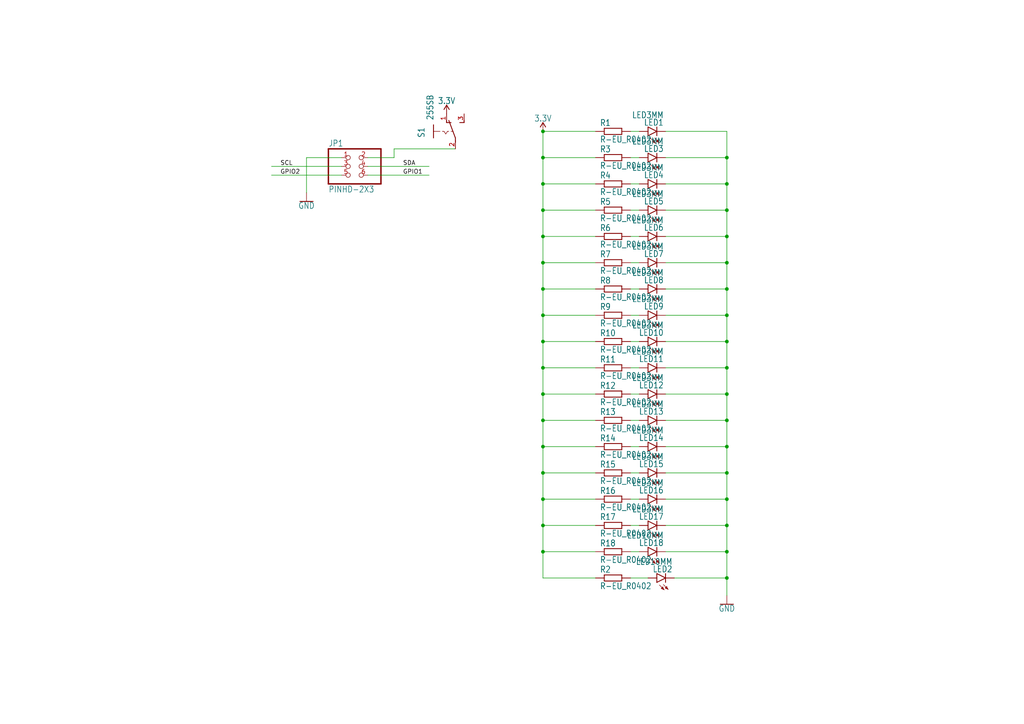
<source format=kicad_sch>
(kicad_sch (version 20211123) (generator eeschema)
  (paper "A4")
  (lib_symbols
    (symbol "eagleSchem-eagle-import:255SB"
      (property "Reference" "S" (at -6.35 -1.905 90))
      (property "Value" "255SB" (at -3.81 3.175 90))
      (symbol "255SB_1_0"
        (polyline (pts (xy -3.81 0) (xy -3.81 -1.905)) (stroke (width 0.254)))
        (polyline (pts (xy -3.81 0) (xy -1.905 0)) (stroke (width 0.1524)))
        (polyline (pts (xy -3.81 1.905) (xy -3.81 0)) (stroke (width 0.254)))
        (polyline (pts (xy -1.27 0) (xy -0.762 0)) (stroke (width 0.1524)))
        (polyline (pts (xy -0.762 0) (xy -0.254 -0.762)) (stroke (width 0.1524)))
        (polyline (pts (xy -0.254 -0.762) (xy 0.254 0)) (stroke (width 0.1524)))
        (polyline (pts (xy 0 2.54) (xy 0 3.175)) (stroke (width 0.254)))
        (polyline (pts (xy 0 2.54) (xy 1.27 2.54)) (stroke (width 0.254)))
        (polyline (pts (xy 0.254 0) (xy 0.635 0)) (stroke (width 0.1524)))
        (polyline (pts (xy 1.27 0) (xy 1.905 0)) (stroke (width 0.1524)))
        (polyline (pts (xy 2.54 -3.175) (xy 2.54 -1.905)) (stroke (width 0.254)))
        (polyline (pts (xy 2.54 -1.905) (xy 0.635 3.175)) (stroke (width 0.254)))
        (polyline (pts (xy 3.81 2.54) (xy 5.08 2.54)) (stroke (width 0.254)))
        (polyline (pts (xy 5.08 2.54) (xy 5.08 3.175)) (stroke (width 0.254)))
        (pin passive line (at 0 5.08 270) (length 2.54) (name "O") (number "1"))
        (pin passive line (at 2.54 -5.08 90) (length 2.54) (name "P") (number "2"))
        (pin passive line (at 5.08 5.08 270) (length 2.54) (name "S") (number "3"))
      )
    )
    (symbol "eagleSchem-eagle-import:3.3V" (power)
      (property "Value" "3.3V" (at 0 2.794 0))
      (symbol "3.3V_1_0"
        (polyline (pts (xy 0 2.54) (xy -0.762 1.27)) (stroke (width 0.254)))
        (polyline (pts (xy 0.762 1.27) (xy 0 2.54)) (stroke (width 0.254)))
        (pin power_in line (at 0 0 90) (length 2.54) (name "3.3V") (number "1"))
      )
    )
    (symbol "eagleSchem-eagle-import:GND" (power)
      (property "Value" "GND" (at 0 -0.254 0))
      (symbol "GND_1_0"
        (polyline (pts (xy -1.905 0) (xy 1.905 0)) (stroke (width 0.254)))
        (pin power_in line (at 0 2.54 270) (length 2.54) (name "GND") (number "1"))
      )
    )
    (symbol "eagleSchem-eagle-import:LED10MM"
      (property "Reference" "LED" (at 3.556 -4.572 90))
      (property "Value" "LED10MM" (at 5.715 -4.572 90))
      (symbol "LED10MM_1_0"
        (polyline (pts (xy -2.032 -0.762) (xy -3.429 -2.159)) (stroke (width 0.1524)))
        (polyline (pts (xy -1.905 -1.905) (xy -3.302 -3.302)) (stroke (width 0.1524)))
        (polyline (pts (xy 0 -2.54) (xy -1.27 -2.54)) (stroke (width 0.254)))
        (polyline (pts (xy 0 -2.54) (xy -1.27 0)) (stroke (width 0.254)))
        (polyline (pts (xy 0 0) (xy -1.27 0)) (stroke (width 0.254)))
        (polyline (pts (xy 1.27 -2.54) (xy 0 -2.54)) (stroke (width 0.254)))
        (polyline (pts (xy 1.27 0) (xy 0 -2.54)) (stroke (width 0.254)))
        (polyline (pts (xy 1.27 0) (xy 0 0)) (stroke (width 0.254)))
        (polyline (pts (xy -3.429 -2.159) (xy -3.048 -1.27) (xy -2.54 -1.778)) (fill (type outline)))
        (polyline (pts (xy -3.302 -3.302) (xy -2.921 -2.413) (xy -2.413 -2.921)) (fill (type outline)))
        (pin passive line (at 0 2.54 270) (length 2.54) (name "A") (number "A"))
        (pin passive line (at 0 -5.08 90) (length 2.54) (name "C") (number "K"))
      )
    )
    (symbol "eagleSchem-eagle-import:LED3MM"
      (property "Reference" "LED" (at 3.556 -4.572 90))
      (property "Value" "LED3MM" (at 5.715 -4.572 90))
      (symbol "LED3MM_1_0"
        (polyline (pts (xy -2.032 -0.762) (xy -3.429 -2.159)) (stroke (width 0.1524)))
        (polyline (pts (xy -1.905 -1.905) (xy -3.302 -3.302)) (stroke (width 0.1524)))
        (polyline (pts (xy 0 -2.54) (xy -1.27 -2.54)) (stroke (width 0.254)))
        (polyline (pts (xy 0 -2.54) (xy -1.27 0)) (stroke (width 0.254)))
        (polyline (pts (xy 0 0) (xy -1.27 0)) (stroke (width 0.254)))
        (polyline (pts (xy 1.27 -2.54) (xy 0 -2.54)) (stroke (width 0.254)))
        (polyline (pts (xy 1.27 0) (xy 0 -2.54)) (stroke (width 0.254)))
        (polyline (pts (xy 1.27 0) (xy 0 0)) (stroke (width 0.254)))
        (polyline (pts (xy -3.429 -2.159) (xy -3.048 -1.27) (xy -2.54 -1.778)) (fill (type outline)))
        (polyline (pts (xy -3.302 -3.302) (xy -2.921 -2.413) (xy -2.413 -2.921)) (fill (type outline)))
        (pin passive line (at 0 2.54 270) (length 2.54) (name "A") (number "A"))
        (pin passive line (at 0 -5.08 90) (length 2.54) (name "C") (number "K"))
      )
    )
    (symbol "eagleSchem-eagle-import:PINHD-2X3"
      (property "Reference" "JP" (at -6.35 5.715 0))
      (property "Value" "PINHD-2X3" (at -6.35 -7.62 0))
      (symbol "PINHD-2X3_1_0"
        (polyline (pts (xy -6.35 -5.08) (xy 8.89 -5.08)) (stroke (width 0.4064)))
        (polyline (pts (xy -6.35 5.08) (xy -6.35 -5.08)) (stroke (width 0.4064)))
        (polyline (pts (xy 8.89 -5.08) (xy 8.89 5.08)) (stroke (width 0.4064)))
        (polyline (pts (xy 8.89 5.08) (xy -6.35 5.08)) (stroke (width 0.4064)))
        (pin passive inverted (at -2.54 2.54 0) (length 2.54) (name "1") (number "1"))
        (pin passive inverted (at 5.08 2.54 180) (length 2.54) (name "2") (number "2"))
        (pin passive inverted (at -2.54 0 0) (length 2.54) (name "3") (number "3"))
        (pin passive inverted (at 5.08 0 180) (length 2.54) (name "4") (number "4"))
        (pin passive inverted (at -2.54 -2.54 0) (length 2.54) (name "5") (number "5"))
        (pin passive inverted (at 5.08 -2.54 180) (length 2.54) (name "6") (number "6"))
      )
    )
    (symbol "eagleSchem-eagle-import:R-EU_R0402"
      (property "Reference" "R" (at -3.81 1.4986 0))
      (property "Value" "R-EU_R0402" (at -3.81 -3.302 0))
      (symbol "R-EU_R0402_1_0"
        (polyline (pts (xy -2.54 -0.889) (xy -2.54 0.889)) (stroke (width 0.254)))
        (polyline (pts (xy -2.54 -0.889) (xy 2.54 -0.889)) (stroke (width 0.254)))
        (polyline (pts (xy 2.54 -0.889) (xy 2.54 0.889)) (stroke (width 0.254)))
        (polyline (pts (xy 2.54 0.889) (xy -2.54 0.889)) (stroke (width 0.254)))
        (pin passive line (at -5.08 0 0) (length 2.54) (name "1") (number "1"))
        (pin passive line (at 5.08 0 180) (length 2.54) (name "2") (number "2"))
      )
    )
  )
  (junction (at 210.82 152.4))
  (junction (at 157.48 76.2))
  (junction (at 157.48 114.3))
  (junction (at 210.82 137.16))
  (junction (at 157.48 99.06))
  (junction (at 157.48 91.44))
  (junction (at 157.48 83.82))
  (junction (at 210.82 99.06))
  (junction (at 157.48 45.72))
  (junction (at 157.48 144.78))
  (junction (at 157.48 152.4))
  (junction (at 210.82 167.64))
  (junction (at 210.82 53.34))
  (junction (at 157.48 53.34))
  (junction (at 210.82 121.92))
  (junction (at 210.82 83.82))
  (junction (at 210.82 160.02))
  (junction (at 157.48 129.54))
  (junction (at 157.48 137.16))
  (junction (at 210.82 76.2))
  (junction (at 210.82 114.3))
  (junction (at 210.82 106.68))
  (junction (at 210.82 60.96))
  (junction (at 157.48 38.1))
  (junction (at 157.48 160.02))
  (junction (at 157.48 121.92))
  (junction (at 210.82 68.58))
  (junction (at 157.48 60.96))
  (junction (at 157.48 106.68))
  (junction (at 210.82 91.44))
  (junction (at 157.48 68.58))
  (junction (at 210.82 45.72))
  (junction (at 210.82 129.54))
  (junction (at 210.82 144.78))
  (wire (pts (xy 99.06 45.72) (xy 88.9 45.72)))
  (wire (pts (xy 182.88 76.2) (xy 185.42 76.2)))
  (wire (pts (xy 157.48 152.4) (xy 157.48 144.78)))
  (wire (pts (xy 157.48 167.64) (xy 157.48 160.02)))
  (wire (pts (xy 193.04 53.34) (xy 210.82 53.34)))
  (wire (pts (xy 210.82 152.4) (xy 210.82 160.02)))
  (wire (pts (xy 182.88 60.96) (xy 185.42 60.96)))
  (wire (pts (xy 182.88 160.02) (xy 185.42 160.02)))
  (wire (pts (xy 157.48 121.92) (xy 157.48 114.3)))
  (wire (pts (xy 88.9 45.72) (xy 88.9 55.88)))
  (wire (pts (xy 157.48 106.68) (xy 157.48 99.06)))
  (wire (pts (xy 172.72 99.06) (xy 157.48 99.06)))
  (wire (pts (xy 157.48 76.2) (xy 157.48 68.58)))
  (wire (pts (xy 182.88 45.72) (xy 185.42 45.72)))
  (wire (pts (xy 210.82 83.82) (xy 210.82 91.44)))
  (wire (pts (xy 172.72 83.82) (xy 157.48 83.82)))
  (wire (pts (xy 210.82 38.1) (xy 210.82 45.72)))
  (wire (pts (xy 210.82 106.68) (xy 210.82 114.3)))
  (wire (pts (xy 172.72 60.96) (xy 157.48 60.96)))
  (wire (pts (xy 182.88 121.92) (xy 185.42 121.92)))
  (wire (pts (xy 157.48 60.96) (xy 157.48 53.34)))
  (wire (pts (xy 172.72 91.44) (xy 157.48 91.44)))
  (wire (pts (xy 157.48 45.72) (xy 157.48 38.1)))
  (wire (pts (xy 210.82 45.72) (xy 210.82 53.34)))
  (wire (pts (xy 172.72 114.3) (xy 157.48 114.3)))
  (wire (pts (xy 210.82 91.44) (xy 210.82 99.06)))
  (wire (pts (xy 157.48 68.58) (xy 157.48 60.96)))
  (wire (pts (xy 172.72 160.02) (xy 157.48 160.02)))
  (wire (pts (xy 210.82 121.92) (xy 210.82 129.54)))
  (wire (pts (xy 172.72 137.16) (xy 157.48 137.16)))
  (wire (pts (xy 157.48 114.3) (xy 157.48 106.68)))
  (wire (pts (xy 195.58 167.64) (xy 210.82 167.64)))
  (wire (pts (xy 172.72 68.58) (xy 157.48 68.58)))
  (wire (pts (xy 182.88 167.64) (xy 187.96 167.64)))
  (wire (pts (xy 210.82 167.64) (xy 210.82 172.72)))
  (wire (pts (xy 157.48 129.54) (xy 157.48 121.92)))
  (wire (pts (xy 193.04 99.06) (xy 210.82 99.06)))
  (wire (pts (xy 182.88 137.16) (xy 185.42 137.16)))
  (wire (pts (xy 193.04 83.82) (xy 210.82 83.82)))
  (wire (pts (xy 106.68 48.26) (xy 124.46 48.26)))
  (wire (pts (xy 157.48 99.06) (xy 157.48 91.44)))
  (wire (pts (xy 172.72 53.34) (xy 157.48 53.34)))
  (wire (pts (xy 182.88 152.4) (xy 185.42 152.4)))
  (wire (pts (xy 193.04 114.3) (xy 210.82 114.3)))
  (wire (pts (xy 193.04 38.1) (xy 210.82 38.1)))
  (wire (pts (xy 210.82 76.2) (xy 210.82 83.82)))
  (wire (pts (xy 114.3 45.72) (xy 106.68 45.72)))
  (wire (pts (xy 210.82 60.96) (xy 210.82 68.58)))
  (wire (pts (xy 157.48 144.78) (xy 157.48 137.16)))
  (wire (pts (xy 172.72 144.78) (xy 157.48 144.78)))
  (wire (pts (xy 172.72 45.72) (xy 157.48 45.72)))
  (wire (pts (xy 172.72 38.1) (xy 157.48 38.1)))
  (wire (pts (xy 182.88 144.78) (xy 185.42 144.78)))
  (wire (pts (xy 193.04 68.58) (xy 210.82 68.58)))
  (wire (pts (xy 193.04 129.54) (xy 210.82 129.54)))
  (wire (pts (xy 193.04 121.92) (xy 210.82 121.92)))
  (wire (pts (xy 132.08 43.18) (xy 114.3 43.18)))
  (wire (pts (xy 193.04 160.02) (xy 210.82 160.02)))
  (wire (pts (xy 157.48 160.02) (xy 157.48 152.4)))
  (wire (pts (xy 172.72 121.92) (xy 157.48 121.92)))
  (wire (pts (xy 114.3 43.18) (xy 114.3 45.72)))
  (wire (pts (xy 172.72 167.64) (xy 157.48 167.64)))
  (wire (pts (xy 99.06 48.26) (xy 78.74 48.26)))
  (wire (pts (xy 172.72 129.54) (xy 157.48 129.54)))
  (wire (pts (xy 193.04 60.96) (xy 210.82 60.96)))
  (wire (pts (xy 193.04 45.72) (xy 210.82 45.72)))
  (wire (pts (xy 182.88 68.58) (xy 185.42 68.58)))
  (wire (pts (xy 157.48 91.44) (xy 157.48 83.82)))
  (wire (pts (xy 182.88 114.3) (xy 185.42 114.3)))
  (wire (pts (xy 210.82 99.06) (xy 210.82 106.68)))
  (wire (pts (xy 157.48 83.82) (xy 157.48 76.2)))
  (wire (pts (xy 210.82 53.34) (xy 210.82 60.96)))
  (wire (pts (xy 182.88 83.82) (xy 185.42 83.82)))
  (wire (pts (xy 210.82 129.54) (xy 210.82 137.16)))
  (wire (pts (xy 182.88 106.68) (xy 185.42 106.68)))
  (wire (pts (xy 172.72 152.4) (xy 157.48 152.4)))
  (wire (pts (xy 157.48 137.16) (xy 157.48 129.54)))
  (wire (pts (xy 172.72 106.68) (xy 157.48 106.68)))
  (wire (pts (xy 182.88 53.34) (xy 185.42 53.34)))
  (wire (pts (xy 193.04 106.68) (xy 210.82 106.68)))
  (wire (pts (xy 182.88 129.54) (xy 185.42 129.54)))
  (wire (pts (xy 182.88 38.1) (xy 185.42 38.1)))
  (wire (pts (xy 210.82 160.02) (xy 210.82 167.64)))
  (wire (pts (xy 99.06 50.8) (xy 78.74 50.8)))
  (wire (pts (xy 210.82 144.78) (xy 210.82 152.4)))
  (wire (pts (xy 157.48 53.34) (xy 157.48 45.72)))
  (wire (pts (xy 172.72 76.2) (xy 157.48 76.2)))
  (wire (pts (xy 182.88 91.44) (xy 185.42 91.44)))
  (wire (pts (xy 193.04 144.78) (xy 210.82 144.78)))
  (wire (pts (xy 210.82 137.16) (xy 210.82 144.78)))
  (wire (pts (xy 182.88 99.06) (xy 185.42 99.06)))
  (wire (pts (xy 193.04 91.44) (xy 210.82 91.44)))
  (wire (pts (xy 193.04 76.2) (xy 210.82 76.2)))
  (wire (pts (xy 193.04 137.16) (xy 210.82 137.16)))
  (wire (pts (xy 210.82 68.58) (xy 210.82 76.2)))
  (wire (pts (xy 210.82 114.3) (xy 210.82 121.92)))
  (wire (pts (xy 193.04 152.4) (xy 210.82 152.4)))
  (wire (pts (xy 106.68 50.8) (xy 124.46 50.8)))
  (label "SCL" (at 81.28 48.26 0) (effects (font (size 1.2446 1.2446))))
  (label "GPIO1" (at 116.84 50.8 0) (effects (font (size 1.2446 1.2446))))
  (label "SDA" (at 116.84 48.26 0) (effects (font (size 1.2446 1.2446))))
  (label "GPIO2" (at 81.28 50.8 0) (effects (font (size 1.2446 1.2446))))
  (symbol (lib_id "eagleSchem-eagle-import:R-EU_R0402") (at 177.8 45.72 0) (unit 1)
    (property "Reference" "R3" (at 173.99 44.2214 0) (effects (font (size 1.778 1.5113)) (justify left bottom)))
    (property "Value" "R-EU_R0402" (at 173.99 49.022 0) (effects (font (size 1.778 1.5113)) (justify left bottom)))
    (property "Footprint" "eagleSchem:R0402" (effects hide))
  )
  (symbol (lib_id "eagleSchem-eagle-import:LED3MM") (at 187.96 121.92 90) (unit 1)
    (property "Reference" "LED13" (at 192.532 118.364 90) (effects (font (size 1.778 1.5113)) (justify left bottom)))
    (property "Value" "LED3MM" (at 192.532 116.205 90) (effects (font (size 1.778 1.5113)) (justify left bottom)))
    (property "Footprint" "eagleSchem:LED3MM" (effects hide))
  )
  (symbol (lib_id "eagleSchem-eagle-import:R-EU_R0402") (at 177.8 144.78 0) (unit 1)
    (property "Reference" "R16" (at 173.99 143.2814 0) (effects (font (size 1.778 1.5113)) (justify left bottom)))
    (property "Value" "R-EU_R0402" (at 173.99 148.082 0) (effects (font (size 1.778 1.5113)) (justify left bottom)))
    (property "Footprint" "eagleSchem:R0402" (effects hide))
  )
  (symbol (lib_id "eagleSchem-eagle-import:255SB") (at 129.54 38.1 0) (unit 1)
    (property "Reference" "S1" (at 123.19 40.005 90) (effects (font (size 1.778 1.5113)) (justify left bottom)))
    (property "Value" "255SB" (at 125.73 34.925 90) (effects (font (size 1.778 1.5113)) (justify left bottom)))
    (property "Footprint" "eagleSchem:255SB" (effects hide))
  )
  (symbol (lib_id "eagleSchem-eagle-import:3.3V") (at 129.54 33.02 0) (unit 1)
    (property "Reference" "#SUPPLY2" (effects hide))
    (property "Value" "3.3V" (at 129.54 30.226 0) (effects (font (size 1.778 1.5113)) (justify bottom)))
    (property "Footprint" "eagleSchem:" (effects hide))
  )
  (symbol (lib_id "eagleSchem-eagle-import:R-EU_R0402") (at 177.8 91.44 0) (unit 1)
    (property "Reference" "R9" (at 173.99 89.9414 0) (effects (font (size 1.778 1.5113)) (justify left bottom)))
    (property "Value" "R-EU_R0402" (at 173.99 94.742 0) (effects (font (size 1.778 1.5113)) (justify left bottom)))
    (property "Footprint" "eagleSchem:R0402" (effects hide))
  )
  (symbol (lib_id "eagleSchem-eagle-import:LED3MM") (at 187.96 68.58 90) (unit 1)
    (property "Reference" "LED6" (at 192.532 65.024 90) (effects (font (size 1.778 1.5113)) (justify left bottom)))
    (property "Value" "LED3MM" (at 192.532 62.865 90) (effects (font (size 1.778 1.5113)) (justify left bottom)))
    (property "Footprint" "eagleSchem:LED3MM" (effects hide))
  )
  (symbol (lib_id "eagleSchem-eagle-import:R-EU_R0402") (at 177.8 129.54 0) (unit 1)
    (property "Reference" "R14" (at 173.99 128.0414 0) (effects (font (size 1.778 1.5113)) (justify left bottom)))
    (property "Value" "R-EU_R0402" (at 173.99 132.842 0) (effects (font (size 1.778 1.5113)) (justify left bottom)))
    (property "Footprint" "eagleSchem:R0402" (effects hide))
  )
  (symbol (lib_id "eagleSchem-eagle-import:LED3MM") (at 187.96 129.54 90) (unit 1)
    (property "Reference" "LED14" (at 192.532 125.984 90) (effects (font (size 1.778 1.5113)) (justify left bottom)))
    (property "Value" "LED3MM" (at 192.532 123.825 90) (effects (font (size 1.778 1.5113)) (justify left bottom)))
    (property "Footprint" "eagleSchem:LED3MM" (effects hide))
  )
  (symbol (lib_id "eagleSchem-eagle-import:R-EU_R0402") (at 177.8 76.2 0) (unit 1)
    (property "Reference" "R7" (at 173.99 74.7014 0) (effects (font (size 1.778 1.5113)) (justify left bottom)))
    (property "Value" "R-EU_R0402" (at 173.99 79.502 0) (effects (font (size 1.778 1.5113)) (justify left bottom)))
    (property "Footprint" "eagleSchem:R0402" (effects hide))
  )
  (symbol (lib_id "eagleSchem-eagle-import:LED3MM") (at 187.96 137.16 90) (unit 1)
    (property "Reference" "LED15" (at 192.532 133.604 90) (effects (font (size 1.778 1.5113)) (justify left bottom)))
    (property "Value" "LED3MM" (at 192.532 131.445 90) (effects (font (size 1.778 1.5113)) (justify left bottom)))
    (property "Footprint" "eagleSchem:LED3MM" (effects hide))
  )
  (symbol (lib_id "eagleSchem-eagle-import:R-EU_R0402") (at 177.8 160.02 0) (unit 1)
    (property "Reference" "R18" (at 173.99 158.5214 0) (effects (font (size 1.778 1.5113)) (justify left bottom)))
    (property "Value" "R-EU_R0402" (at 173.99 163.322 0) (effects (font (size 1.778 1.5113)) (justify left bottom)))
    (property "Footprint" "eagleSchem:R0402" (effects hide))
  )
  (symbol (lib_id "eagleSchem-eagle-import:R-EU_R0402") (at 177.8 106.68 0) (unit 1)
    (property "Reference" "R11" (at 173.99 105.1814 0) (effects (font (size 1.778 1.5113)) (justify left bottom)))
    (property "Value" "R-EU_R0402" (at 173.99 109.982 0) (effects (font (size 1.778 1.5113)) (justify left bottom)))
    (property "Footprint" "eagleSchem:R0402" (effects hide))
  )
  (symbol (lib_id "eagleSchem-eagle-import:LED3MM") (at 187.96 114.3 90) (unit 1)
    (property "Reference" "LED12" (at 192.532 110.744 90) (effects (font (size 1.778 1.5113)) (justify left bottom)))
    (property "Value" "LED3MM" (at 192.532 108.585 90) (effects (font (size 1.778 1.5113)) (justify left bottom)))
    (property "Footprint" "eagleSchem:LED3MM" (effects hide))
  )
  (symbol (lib_id "eagleSchem-eagle-import:LED3MM") (at 187.96 91.44 90) (unit 1)
    (property "Reference" "LED9" (at 192.532 87.884 90) (effects (font (size 1.778 1.5113)) (justify left bottom)))
    (property "Value" "LED3MM" (at 192.532 85.725 90) (effects (font (size 1.778 1.5113)) (justify left bottom)))
    (property "Footprint" "eagleSchem:LED3MM" (effects hide))
  )
  (symbol (lib_id "eagleSchem-eagle-import:LED3MM") (at 187.96 76.2 90) (unit 1)
    (property "Reference" "LED7" (at 192.532 72.644 90) (effects (font (size 1.778 1.5113)) (justify left bottom)))
    (property "Value" "LED3MM" (at 192.532 70.485 90) (effects (font (size 1.778 1.5113)) (justify left bottom)))
    (property "Footprint" "eagleSchem:LED3MM" (effects hide))
  )
  (symbol (lib_id "eagleSchem-eagle-import:GND") (at 210.82 175.26 0) (unit 1)
    (property "Reference" "#GND1" (effects hide))
    (property "Value" "GND" (at 210.82 175.514 0) (effects (font (size 1.778 1.5113)) (justify top)))
    (property "Footprint" "eagleSchem:" (effects hide))
  )
  (symbol (lib_id "eagleSchem-eagle-import:LED3MM") (at 187.96 53.34 90) (unit 1)
    (property "Reference" "LED4" (at 192.532 49.784 90) (effects (font (size 1.778 1.5113)) (justify left bottom)))
    (property "Value" "LED3MM" (at 192.532 47.625 90) (effects (font (size 1.778 1.5113)) (justify left bottom)))
    (property "Footprint" "eagleSchem:LED3MM" (effects hide))
  )
  (symbol (lib_id "eagleSchem-eagle-import:R-EU_R0402") (at 177.8 60.96 0) (unit 1)
    (property "Reference" "R5" (at 173.99 59.4614 0) (effects (font (size 1.778 1.5113)) (justify left bottom)))
    (property "Value" "R-EU_R0402" (at 173.99 64.262 0) (effects (font (size 1.778 1.5113)) (justify left bottom)))
    (property "Footprint" "eagleSchem:R0402" (effects hide))
  )
  (symbol (lib_id "eagleSchem-eagle-import:3.3V") (at 157.48 38.1 0) (unit 1)
    (property "Reference" "#SUPPLY1" (effects hide))
    (property "Value" "3.3V" (at 157.48 35.306 0) (effects (font (size 1.778 1.5113)) (justify bottom)))
    (property "Footprint" "eagleSchem:" (effects hide))
  )
  (symbol (lib_id "eagleSchem-eagle-import:PINHD-2X3") (at 101.6 48.26 0) (unit 1)
    (property "Reference" "JP1" (at 95.25 42.545 0) (effects (font (size 1.778 1.5113)) (justify left bottom)))
    (property "Value" "PINHD-2X3" (at 95.25 55.88 0) (effects (font (size 1.778 1.5113)) (justify left bottom)))
    (property "Footprint" "eagleSchem:2X03" (effects hide))
  )
  (symbol (lib_id "eagleSchem-eagle-import:LED3MM") (at 187.96 99.06 90) (unit 1)
    (property "Reference" "LED10" (at 192.532 95.504 90) (effects (font (size 1.778 1.5113)) (justify left bottom)))
    (property "Value" "LED3MM" (at 192.532 93.345 90) (effects (font (size 1.778 1.5113)) (justify left bottom)))
    (property "Footprint" "eagleSchem:LED3MM" (effects hide))
  )
  (symbol (lib_id "eagleSchem-eagle-import:LED10MM") (at 190.5 167.64 90) (unit 1)
    (property "Reference" "LED2" (at 195.072 164.084 90) (effects (font (size 1.778 1.5113)) (justify left bottom)))
    (property "Value" "LED10MM" (at 195.072 161.925 90) (effects (font (size 1.778 1.5113)) (justify left bottom)))
    (property "Footprint" "eagleSchem:LED10MM" (effects hide))
  )
  (symbol (lib_id "eagleSchem-eagle-import:R-EU_R0402") (at 177.8 99.06 0) (unit 1)
    (property "Reference" "R10" (at 173.99 97.5614 0) (effects (font (size 1.778 1.5113)) (justify left bottom)))
    (property "Value" "R-EU_R0402" (at 173.99 102.362 0) (effects (font (size 1.778 1.5113)) (justify left bottom)))
    (property "Footprint" "eagleSchem:R0402" (effects hide))
  )
  (symbol (lib_id "eagleSchem-eagle-import:R-EU_R0402") (at 177.8 152.4 0) (unit 1)
    (property "Reference" "R17" (at 173.99 150.9014 0) (effects (font (size 1.778 1.5113)) (justify left bottom)))
    (property "Value" "R-EU_R0402" (at 173.99 155.702 0) (effects (font (size 1.778 1.5113)) (justify left bottom)))
    (property "Footprint" "eagleSchem:R0402" (effects hide))
  )
  (symbol (lib_id "eagleSchem-eagle-import:LED3MM") (at 187.96 83.82 90) (unit 1)
    (property "Reference" "LED8" (at 192.532 80.264 90) (effects (font (size 1.778 1.5113)) (justify left bottom)))
    (property "Value" "LED3MM" (at 192.532 78.105 90) (effects (font (size 1.778 1.5113)) (justify left bottom)))
    (property "Footprint" "eagleSchem:LED3MM" (effects hide))
  )
  (symbol (lib_id "eagleSchem-eagle-import:R-EU_R0402") (at 177.8 121.92 0) (unit 1)
    (property "Reference" "R13" (at 173.99 120.4214 0) (effects (font (size 1.778 1.5113)) (justify left bottom)))
    (property "Value" "R-EU_R0402" (at 173.99 125.222 0) (effects (font (size 1.778 1.5113)) (justify left bottom)))
    (property "Footprint" "eagleSchem:R0402" (effects hide))
  )
  (symbol (lib_id "eagleSchem-eagle-import:LED3MM") (at 187.96 152.4 90) (unit 1)
    (property "Reference" "LED17" (at 192.532 148.844 90) (effects (font (size 1.778 1.5113)) (justify left bottom)))
    (property "Value" "LED3MM" (at 192.532 146.685 90) (effects (font (size 1.778 1.5113)) (justify left bottom)))
    (property "Footprint" "eagleSchem:LED3MM" (effects hide))
  )
  (symbol (lib_id "eagleSchem-eagle-import:R-EU_R0402") (at 177.8 83.82 0) (unit 1)
    (property "Reference" "R8" (at 173.99 82.3214 0) (effects (font (size 1.778 1.5113)) (justify left bottom)))
    (property "Value" "R-EU_R0402" (at 173.99 87.122 0) (effects (font (size 1.778 1.5113)) (justify left bottom)))
    (property "Footprint" "eagleSchem:R0402" (effects hide))
  )
  (symbol (lib_id "eagleSchem-eagle-import:R-EU_R0402") (at 177.8 137.16 0) (unit 1)
    (property "Reference" "R15" (at 173.99 135.6614 0) (effects (font (size 1.778 1.5113)) (justify left bottom)))
    (property "Value" "R-EU_R0402" (at 173.99 140.462 0) (effects (font (size 1.778 1.5113)) (justify left bottom)))
    (property "Footprint" "eagleSchem:R0402" (effects hide))
  )
  (symbol (lib_id "eagleSchem-eagle-import:LED3MM") (at 187.96 38.1 90) (unit 1)
    (property "Reference" "LED1" (at 192.532 34.544 90) (effects (font (size 1.778 1.5113)) (justify left bottom)))
    (property "Value" "LED3MM" (at 192.532 32.385 90) (effects (font (size 1.778 1.5113)) (justify left bottom)))
    (property "Footprint" "eagleSchem:LED3MM" (effects hide))
  )
  (symbol (lib_id "eagleSchem-eagle-import:R-EU_R0402") (at 177.8 68.58 0) (unit 1)
    (property "Reference" "R6" (at 173.99 67.0814 0) (effects (font (size 1.778 1.5113)) (justify left bottom)))
    (property "Value" "R-EU_R0402" (at 173.99 71.882 0) (effects (font (size 1.778 1.5113)) (justify left bottom)))
    (property "Footprint" "eagleSchem:R0402" (effects hide))
  )
  (symbol (lib_id "eagleSchem-eagle-import:LED3MM") (at 187.96 45.72 90) (unit 1)
    (property "Reference" "LED3" (at 192.532 42.164 90) (effects (font (size 1.778 1.5113)) (justify left bottom)))
    (property "Value" "LED3MM" (at 192.532 40.005 90) (effects (font (size 1.778 1.5113)) (justify left bottom)))
    (property "Footprint" "eagleSchem:LED3MM" (effects hide))
  )
  (symbol (lib_id "eagleSchem-eagle-import:R-EU_R0402") (at 177.8 53.34 0) (unit 1)
    (property "Reference" "R4" (at 173.99 51.8414 0) (effects (font (size 1.778 1.5113)) (justify left bottom)))
    (property "Value" "R-EU_R0402" (at 173.99 56.642 0) (effects (font (size 1.778 1.5113)) (justify left bottom)))
    (property "Footprint" "eagleSchem:R0402" (effects hide))
  )
  (symbol (lib_id "eagleSchem-eagle-import:GND") (at 88.9 58.42 0) (unit 1)
    (property "Reference" "#GND2" (effects hide))
    (property "Value" "GND" (at 88.9 58.674 0) (effects (font (size 1.778 1.5113)) (justify top)))
    (property "Footprint" "eagleSchem:" (effects hide))
  )
  (symbol (lib_id "eagleSchem-eagle-import:LED3MM") (at 187.96 144.78 90) (unit 1)
    (property "Reference" "LED16" (at 192.532 141.224 90) (effects (font (size 1.778 1.5113)) (justify left bottom)))
    (property "Value" "LED3MM" (at 192.532 139.065 90) (effects (font (size 1.778 1.5113)) (justify left bottom)))
    (property "Footprint" "eagleSchem:LED3MM" (effects hide))
  )
  (symbol (lib_id "eagleSchem-eagle-import:LED10MM") (at 187.96 160.02 90) (unit 1)
    (property "Reference" "LED18" (at 192.532 156.464 90) (effects (font (size 1.778 1.5113)) (justify left bottom)))
    (property "Value" "LED10MM" (at 192.532 154.305 90) (effects (font (size 1.778 1.5113)) (justify left bottom)))
    (property "Footprint" "eagleSchem:LED10MM" (effects hide))
  )
  (symbol (lib_id "eagleSchem-eagle-import:R-EU_R0402") (at 177.8 167.64 0) (unit 1)
    (property "Reference" "R2" (at 173.99 166.1414 0) (effects (font (size 1.778 1.5113)) (justify left bottom)))
    (property "Value" "R-EU_R0402" (at 173.99 170.942 0) (effects (font (size 1.778 1.5113)) (justify left bottom)))
    (property "Footprint" "eagleSchem:R0402" (effects hide))
  )
  (symbol (lib_id "eagleSchem-eagle-import:R-EU_R0402") (at 177.8 114.3 0) (unit 1)
    (property "Reference" "R12" (at 173.99 112.8014 0) (effects (font (size 1.778 1.5113)) (justify left bottom)))
    (property "Value" "R-EU_R0402" (at 173.99 117.602 0) (effects (font (size 1.778 1.5113)) (justify left bottom)))
    (property "Footprint" "eagleSchem:R0402" (effects hide))
  )
  (symbol (lib_id "eagleSchem-eagle-import:LED3MM") (at 187.96 60.96 90) (unit 1)
    (property "Reference" "LED5" (at 192.532 57.404 90) (effects (font (size 1.778 1.5113)) (justify left bottom)))
    (property "Value" "LED3MM" (at 192.532 55.245 90) (effects (font (size 1.778 1.5113)) (justify left bottom)))
    (property "Footprint" "eagleSchem:LED3MM" (effects hide))
  )
  (symbol (lib_id "eagleSchem-eagle-import:R-EU_R0402") (at 177.8 38.1 0) (unit 1)
    (property "Reference" "R1" (at 173.99 36.6014 0) (effects (font (size 1.778 1.5113)) (justify left bottom)))
    (property "Value" "R-EU_R0402" (at 173.99 41.402 0) (effects (font (size 1.778 1.5113)) (justify left bottom)))
    (property "Footprint" "eagleSchem:R0402" (effects hide))
  )
  (symbol (lib_id "eagleSchem-eagle-import:LED3MM") (at 187.96 106.68 90) (unit 1)
    (property "Reference" "LED11" (at 192.532 103.124 90) (effects (font (size 1.778 1.5113)) (justify left bottom)))
    (property "Value" "LED3MM" (at 192.532 100.965 90) (effects (font (size 1.778 1.5113)) (justify left bottom)))
    (property "Footprint" "eagleSchem:LED3MM" (effects hide))
  )
)
</source>
